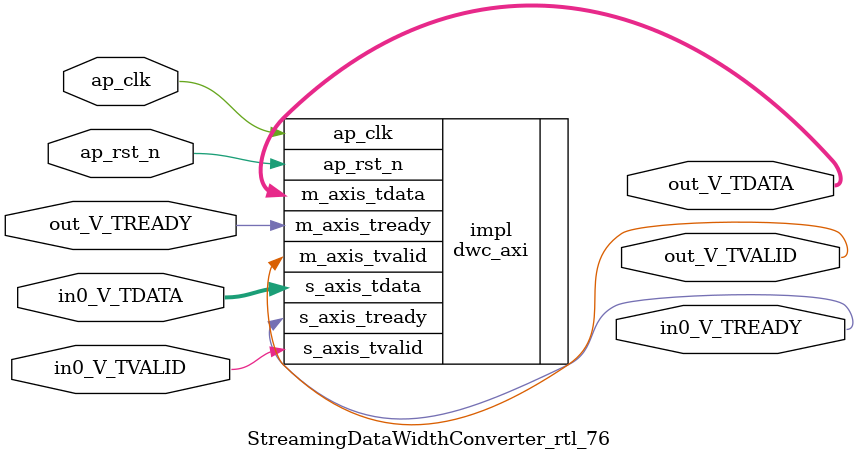
<source format=v>
/******************************************************************************
 * Copyright (C) 2023, Advanced Micro Devices, Inc.
 * All rights reserved.
 *
 * Redistribution and use in source and binary forms, with or without
 * modification, are permitted provided that the following conditions are met:
 *
 *  1. Redistributions of source code must retain the above copyright notice,
 *     this list of conditions and the following disclaimer.
 *
 *  2. Redistributions in binary form must reproduce the above copyright
 *     notice, this list of conditions and the following disclaimer in the
 *     documentation and/or other materials provided with the distribution.
 *
 *  3. Neither the name of the copyright holder nor the names of its
 *     contributors may be used to endorse or promote products derived from
 *     this software without specific prior written permission.
 *
 * THIS SOFTWARE IS PROVIDED BY THE COPYRIGHT HOLDERS AND CONTRIBUTORS "AS IS"
 * AND ANY EXPRESS OR IMPLIED WARRANTIES, INCLUDING, BUT NOT LIMITED TO,
 * THE IMPLIED WARRANTIES OF MERCHANTABILITY AND FITNESS FOR A PARTICULAR
 * PURPOSE ARE DISCLAIMED. IN NO EVENT SHALL THE COPYRIGHT HOLDER OR
 * CONTRIBUTORS BE LIABLE FOR ANY DIRECT, INDIRECT, INCIDENTAL, SPECIAL,
 * EXEMPLARY, OR CONSEQUENTIAL DAMAGES (INCLUDING, BUT NOT LIMITED TO,
 * PROCUREMENT OF SUBSTITUTE GOODS OR SERVICES; LOSS OF USE, DATA, OR PROFITS;
 * OR BUSINESS INTERRUPTION). HOWEVER CAUSED AND ON ANY THEORY OF LIABILITY,
 * WHETHER IN CONTRACT, STRICT LIABILITY, OR TORT (INCLUDING NEGLIGENCE OR
 * OTHERWISE) ARISING IN ANY WAY OUT OF THE USE OF THIS SOFTWARE, EVEN IF
 * ADVISED OF THE POSSIBILITY OF SUCH DAMAGE.
 *****************************************************************************/

module StreamingDataWidthConverter_rtl_76 #(
	parameter  IBITS = 8,
	parameter  OBITS = 4,

	parameter  AXI_IBITS = (IBITS+7)/8 * 8,
	parameter  AXI_OBITS = (OBITS+7)/8 * 8
)(
	//- Global Control ------------------
	(* X_INTERFACE_INFO = "xilinx.com:signal:clock:1.0 ap_clk CLK" *)
	(* X_INTERFACE_PARAMETER = "ASSOCIATED_BUSIF in0_V:out_V, ASSOCIATED_RESET ap_rst_n" *)
	input	ap_clk,
	(* X_INTERFACE_PARAMETER = "POLARITY ACTIVE_LOW" *)
	input	ap_rst_n,

	//- AXI Stream - Input --------------
	output	in0_V_TREADY,
	input	in0_V_TVALID,
	input	[AXI_IBITS-1:0]  in0_V_TDATA,

	//- AXI Stream - Output -------------
	input	out_V_TREADY,
	output	out_V_TVALID,
	output	[AXI_OBITS-1:0]  out_V_TDATA
);

	dwc_axi #(
		.IBITS(IBITS),
		.OBITS(OBITS)
	) impl (
		.ap_clk(ap_clk),
		.ap_rst_n(ap_rst_n),
		.s_axis_tready(in0_V_TREADY),
		.s_axis_tvalid(in0_V_TVALID),
		.s_axis_tdata(in0_V_TDATA),
		.m_axis_tready(out_V_TREADY),
		.m_axis_tvalid(out_V_TVALID),
		.m_axis_tdata(out_V_TDATA)
	);

endmodule

</source>
